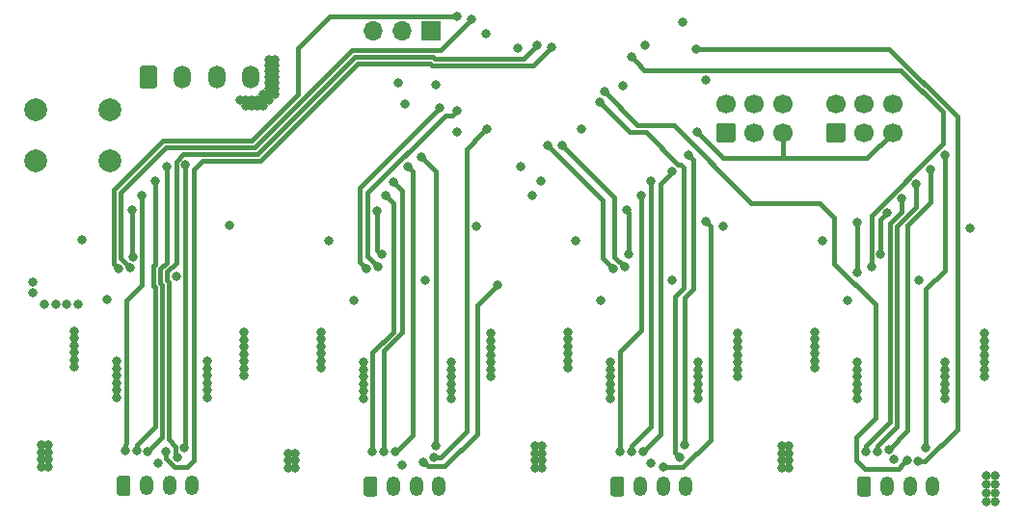
<source format=gbr>
G04 #@! TF.GenerationSoftware,KiCad,Pcbnew,(5.1.5)-3*
G04 #@! TF.CreationDate,2019-12-18T01:06:06+01:00*
G04 #@! TF.ProjectId,CarteMoteur,43617274-654d-46f7-9465-75722e6b6963,rev?*
G04 #@! TF.SameCoordinates,Original*
G04 #@! TF.FileFunction,Copper,L2,Inr*
G04 #@! TF.FilePolarity,Positive*
%FSLAX46Y46*%
G04 Gerber Fmt 4.6, Leading zero omitted, Abs format (unit mm)*
G04 Created by KiCad (PCBNEW (5.1.5)-3) date 2019-12-18 01:06:06*
%MOMM*%
%LPD*%
G04 APERTURE LIST*
%ADD10C,1.700000*%
%ADD11C,0.100000*%
%ADD12C,2.000000*%
%ADD13O,1.700000X1.700000*%
%ADD14R,1.700000X1.700000*%
%ADD15O,1.500000X2.020000*%
%ADD16O,1.200000X1.750000*%
%ADD17C,0.800000*%
%ADD18C,0.400000*%
G04 APERTURE END LIST*
D10*
X164512000Y-36390000D03*
X162012000Y-36390000D03*
X159512000Y-36390000D03*
X164512000Y-38890000D03*
X162012000Y-38890000D03*
G04 #@! TA.AperFunction,ViaPad*
D11*
G36*
X160136504Y-38041204D02*
G01*
X160160773Y-38044804D01*
X160184571Y-38050765D01*
X160207671Y-38059030D01*
X160229849Y-38069520D01*
X160250893Y-38082133D01*
X160270598Y-38096747D01*
X160288777Y-38113223D01*
X160305253Y-38131402D01*
X160319867Y-38151107D01*
X160332480Y-38172151D01*
X160342970Y-38194329D01*
X160351235Y-38217429D01*
X160357196Y-38241227D01*
X160360796Y-38265496D01*
X160362000Y-38290000D01*
X160362000Y-39490000D01*
X160360796Y-39514504D01*
X160357196Y-39538773D01*
X160351235Y-39562571D01*
X160342970Y-39585671D01*
X160332480Y-39607849D01*
X160319867Y-39628893D01*
X160305253Y-39648598D01*
X160288777Y-39666777D01*
X160270598Y-39683253D01*
X160250893Y-39697867D01*
X160229849Y-39710480D01*
X160207671Y-39720970D01*
X160184571Y-39729235D01*
X160160773Y-39735196D01*
X160136504Y-39738796D01*
X160112000Y-39740000D01*
X158912000Y-39740000D01*
X158887496Y-39738796D01*
X158863227Y-39735196D01*
X158839429Y-39729235D01*
X158816329Y-39720970D01*
X158794151Y-39710480D01*
X158773107Y-39697867D01*
X158753402Y-39683253D01*
X158735223Y-39666777D01*
X158718747Y-39648598D01*
X158704133Y-39628893D01*
X158691520Y-39607849D01*
X158681030Y-39585671D01*
X158672765Y-39562571D01*
X158666804Y-39538773D01*
X158663204Y-39514504D01*
X158662000Y-39490000D01*
X158662000Y-38290000D01*
X158663204Y-38265496D01*
X158666804Y-38241227D01*
X158672765Y-38217429D01*
X158681030Y-38194329D01*
X158691520Y-38172151D01*
X158704133Y-38151107D01*
X158718747Y-38131402D01*
X158735223Y-38113223D01*
X158753402Y-38096747D01*
X158773107Y-38082133D01*
X158794151Y-38069520D01*
X158816329Y-38059030D01*
X158839429Y-38050765D01*
X158863227Y-38044804D01*
X158887496Y-38041204D01*
X158912000Y-38040000D01*
X160112000Y-38040000D01*
X160136504Y-38041204D01*
G37*
G04 #@! TD.AperFunction*
D10*
X154860000Y-36390000D03*
X152360000Y-36390000D03*
X149860000Y-36390000D03*
X154860000Y-38890000D03*
X152360000Y-38890000D03*
G04 #@! TA.AperFunction,ViaPad*
D11*
G36*
X150484504Y-38041204D02*
G01*
X150508773Y-38044804D01*
X150532571Y-38050765D01*
X150555671Y-38059030D01*
X150577849Y-38069520D01*
X150598893Y-38082133D01*
X150618598Y-38096747D01*
X150636777Y-38113223D01*
X150653253Y-38131402D01*
X150667867Y-38151107D01*
X150680480Y-38172151D01*
X150690970Y-38194329D01*
X150699235Y-38217429D01*
X150705196Y-38241227D01*
X150708796Y-38265496D01*
X150710000Y-38290000D01*
X150710000Y-39490000D01*
X150708796Y-39514504D01*
X150705196Y-39538773D01*
X150699235Y-39562571D01*
X150690970Y-39585671D01*
X150680480Y-39607849D01*
X150667867Y-39628893D01*
X150653253Y-39648598D01*
X150636777Y-39666777D01*
X150618598Y-39683253D01*
X150598893Y-39697867D01*
X150577849Y-39710480D01*
X150555671Y-39720970D01*
X150532571Y-39729235D01*
X150508773Y-39735196D01*
X150484504Y-39738796D01*
X150460000Y-39740000D01*
X149260000Y-39740000D01*
X149235496Y-39738796D01*
X149211227Y-39735196D01*
X149187429Y-39729235D01*
X149164329Y-39720970D01*
X149142151Y-39710480D01*
X149121107Y-39697867D01*
X149101402Y-39683253D01*
X149083223Y-39666777D01*
X149066747Y-39648598D01*
X149052133Y-39628893D01*
X149039520Y-39607849D01*
X149029030Y-39585671D01*
X149020765Y-39562571D01*
X149014804Y-39538773D01*
X149011204Y-39514504D01*
X149010000Y-39490000D01*
X149010000Y-38290000D01*
X149011204Y-38265496D01*
X149014804Y-38241227D01*
X149020765Y-38217429D01*
X149029030Y-38194329D01*
X149039520Y-38172151D01*
X149052133Y-38151107D01*
X149066747Y-38131402D01*
X149083223Y-38113223D01*
X149101402Y-38096747D01*
X149121107Y-38082133D01*
X149142151Y-38069520D01*
X149164329Y-38059030D01*
X149187429Y-38050765D01*
X149211227Y-38044804D01*
X149235496Y-38041204D01*
X149260000Y-38040000D01*
X150460000Y-38040000D01*
X150484504Y-38041204D01*
G37*
G04 #@! TD.AperFunction*
D12*
X95758000Y-36902000D03*
X95758000Y-41402000D03*
X89258000Y-36902000D03*
X89258000Y-41402000D03*
D13*
X118872000Y-29972000D03*
X121412000Y-29972000D03*
D14*
X123952000Y-29972000D03*
D15*
X108150000Y-34000000D03*
X105150000Y-34000000D03*
X102150000Y-34000000D03*
G04 #@! TA.AperFunction,ViaPad*
D11*
G36*
X99674504Y-32991204D02*
G01*
X99698773Y-32994804D01*
X99722571Y-33000765D01*
X99745671Y-33009030D01*
X99767849Y-33019520D01*
X99788893Y-33032133D01*
X99808598Y-33046747D01*
X99826777Y-33063223D01*
X99843253Y-33081402D01*
X99857867Y-33101107D01*
X99870480Y-33122151D01*
X99880970Y-33144329D01*
X99889235Y-33167429D01*
X99895196Y-33191227D01*
X99898796Y-33215496D01*
X99900000Y-33240000D01*
X99900000Y-34760000D01*
X99898796Y-34784504D01*
X99895196Y-34808773D01*
X99889235Y-34832571D01*
X99880970Y-34855671D01*
X99870480Y-34877849D01*
X99857867Y-34898893D01*
X99843253Y-34918598D01*
X99826777Y-34936777D01*
X99808598Y-34953253D01*
X99788893Y-34967867D01*
X99767849Y-34980480D01*
X99745671Y-34990970D01*
X99722571Y-34999235D01*
X99698773Y-35005196D01*
X99674504Y-35008796D01*
X99650000Y-35010000D01*
X98650000Y-35010000D01*
X98625496Y-35008796D01*
X98601227Y-35005196D01*
X98577429Y-34999235D01*
X98554329Y-34990970D01*
X98532151Y-34980480D01*
X98511107Y-34967867D01*
X98491402Y-34953253D01*
X98473223Y-34936777D01*
X98456747Y-34918598D01*
X98442133Y-34898893D01*
X98429520Y-34877849D01*
X98419030Y-34855671D01*
X98410765Y-34832571D01*
X98404804Y-34808773D01*
X98401204Y-34784504D01*
X98400000Y-34760000D01*
X98400000Y-33240000D01*
X98401204Y-33215496D01*
X98404804Y-33191227D01*
X98410765Y-33167429D01*
X98419030Y-33144329D01*
X98429520Y-33122151D01*
X98442133Y-33101107D01*
X98456747Y-33081402D01*
X98473223Y-33063223D01*
X98491402Y-33046747D01*
X98511107Y-33032133D01*
X98532151Y-33019520D01*
X98554329Y-33009030D01*
X98577429Y-33000765D01*
X98601227Y-32994804D01*
X98625496Y-32991204D01*
X98650000Y-32990000D01*
X99650000Y-32990000D01*
X99674504Y-32991204D01*
G37*
G04 #@! TD.AperFunction*
D16*
X168000000Y-70000000D03*
X166000000Y-70000000D03*
X164000000Y-70000000D03*
G04 #@! TA.AperFunction,ViaPad*
D11*
G36*
X162374505Y-69126204D02*
G01*
X162398773Y-69129804D01*
X162422572Y-69135765D01*
X162445671Y-69144030D01*
X162467850Y-69154520D01*
X162488893Y-69167132D01*
X162508599Y-69181747D01*
X162526777Y-69198223D01*
X162543253Y-69216401D01*
X162557868Y-69236107D01*
X162570480Y-69257150D01*
X162580970Y-69279329D01*
X162589235Y-69302428D01*
X162595196Y-69326227D01*
X162598796Y-69350495D01*
X162600000Y-69374999D01*
X162600000Y-70625001D01*
X162598796Y-70649505D01*
X162595196Y-70673773D01*
X162589235Y-70697572D01*
X162580970Y-70720671D01*
X162570480Y-70742850D01*
X162557868Y-70763893D01*
X162543253Y-70783599D01*
X162526777Y-70801777D01*
X162508599Y-70818253D01*
X162488893Y-70832868D01*
X162467850Y-70845480D01*
X162445671Y-70855970D01*
X162422572Y-70864235D01*
X162398773Y-70870196D01*
X162374505Y-70873796D01*
X162350001Y-70875000D01*
X161649999Y-70875000D01*
X161625495Y-70873796D01*
X161601227Y-70870196D01*
X161577428Y-70864235D01*
X161554329Y-70855970D01*
X161532150Y-70845480D01*
X161511107Y-70832868D01*
X161491401Y-70818253D01*
X161473223Y-70801777D01*
X161456747Y-70783599D01*
X161442132Y-70763893D01*
X161429520Y-70742850D01*
X161419030Y-70720671D01*
X161410765Y-70697572D01*
X161404804Y-70673773D01*
X161401204Y-70649505D01*
X161400000Y-70625001D01*
X161400000Y-69374999D01*
X161401204Y-69350495D01*
X161404804Y-69326227D01*
X161410765Y-69302428D01*
X161419030Y-69279329D01*
X161429520Y-69257150D01*
X161442132Y-69236107D01*
X161456747Y-69216401D01*
X161473223Y-69198223D01*
X161491401Y-69181747D01*
X161511107Y-69167132D01*
X161532150Y-69154520D01*
X161554329Y-69144030D01*
X161577428Y-69135765D01*
X161601227Y-69129804D01*
X161625495Y-69126204D01*
X161649999Y-69125000D01*
X162350001Y-69125000D01*
X162374505Y-69126204D01*
G37*
G04 #@! TD.AperFunction*
D16*
X146328000Y-70000000D03*
X144328000Y-70000000D03*
X142328000Y-70000000D03*
G04 #@! TA.AperFunction,ViaPad*
D11*
G36*
X140702505Y-69126204D02*
G01*
X140726773Y-69129804D01*
X140750572Y-69135765D01*
X140773671Y-69144030D01*
X140795850Y-69154520D01*
X140816893Y-69167132D01*
X140836599Y-69181747D01*
X140854777Y-69198223D01*
X140871253Y-69216401D01*
X140885868Y-69236107D01*
X140898480Y-69257150D01*
X140908970Y-69279329D01*
X140917235Y-69302428D01*
X140923196Y-69326227D01*
X140926796Y-69350495D01*
X140928000Y-69374999D01*
X140928000Y-70625001D01*
X140926796Y-70649505D01*
X140923196Y-70673773D01*
X140917235Y-70697572D01*
X140908970Y-70720671D01*
X140898480Y-70742850D01*
X140885868Y-70763893D01*
X140871253Y-70783599D01*
X140854777Y-70801777D01*
X140836599Y-70818253D01*
X140816893Y-70832868D01*
X140795850Y-70845480D01*
X140773671Y-70855970D01*
X140750572Y-70864235D01*
X140726773Y-70870196D01*
X140702505Y-70873796D01*
X140678001Y-70875000D01*
X139977999Y-70875000D01*
X139953495Y-70873796D01*
X139929227Y-70870196D01*
X139905428Y-70864235D01*
X139882329Y-70855970D01*
X139860150Y-70845480D01*
X139839107Y-70832868D01*
X139819401Y-70818253D01*
X139801223Y-70801777D01*
X139784747Y-70783599D01*
X139770132Y-70763893D01*
X139757520Y-70742850D01*
X139747030Y-70720671D01*
X139738765Y-70697572D01*
X139732804Y-70673773D01*
X139729204Y-70649505D01*
X139728000Y-70625001D01*
X139728000Y-69374999D01*
X139729204Y-69350495D01*
X139732804Y-69326227D01*
X139738765Y-69302428D01*
X139747030Y-69279329D01*
X139757520Y-69257150D01*
X139770132Y-69236107D01*
X139784747Y-69216401D01*
X139801223Y-69198223D01*
X139819401Y-69181747D01*
X139839107Y-69167132D01*
X139860150Y-69154520D01*
X139882329Y-69144030D01*
X139905428Y-69135765D01*
X139929227Y-69129804D01*
X139953495Y-69126204D01*
X139977999Y-69125000D01*
X140678001Y-69125000D01*
X140702505Y-69126204D01*
G37*
G04 #@! TD.AperFunction*
D16*
X124656000Y-70000000D03*
X122656000Y-70000000D03*
X120656000Y-70000000D03*
G04 #@! TA.AperFunction,ViaPad*
D11*
G36*
X119030505Y-69126204D02*
G01*
X119054773Y-69129804D01*
X119078572Y-69135765D01*
X119101671Y-69144030D01*
X119123850Y-69154520D01*
X119144893Y-69167132D01*
X119164599Y-69181747D01*
X119182777Y-69198223D01*
X119199253Y-69216401D01*
X119213868Y-69236107D01*
X119226480Y-69257150D01*
X119236970Y-69279329D01*
X119245235Y-69302428D01*
X119251196Y-69326227D01*
X119254796Y-69350495D01*
X119256000Y-69374999D01*
X119256000Y-70625001D01*
X119254796Y-70649505D01*
X119251196Y-70673773D01*
X119245235Y-70697572D01*
X119236970Y-70720671D01*
X119226480Y-70742850D01*
X119213868Y-70763893D01*
X119199253Y-70783599D01*
X119182777Y-70801777D01*
X119164599Y-70818253D01*
X119144893Y-70832868D01*
X119123850Y-70845480D01*
X119101671Y-70855970D01*
X119078572Y-70864235D01*
X119054773Y-70870196D01*
X119030505Y-70873796D01*
X119006001Y-70875000D01*
X118305999Y-70875000D01*
X118281495Y-70873796D01*
X118257227Y-70870196D01*
X118233428Y-70864235D01*
X118210329Y-70855970D01*
X118188150Y-70845480D01*
X118167107Y-70832868D01*
X118147401Y-70818253D01*
X118129223Y-70801777D01*
X118112747Y-70783599D01*
X118098132Y-70763893D01*
X118085520Y-70742850D01*
X118075030Y-70720671D01*
X118066765Y-70697572D01*
X118060804Y-70673773D01*
X118057204Y-70649505D01*
X118056000Y-70625001D01*
X118056000Y-69374999D01*
X118057204Y-69350495D01*
X118060804Y-69326227D01*
X118066765Y-69302428D01*
X118075030Y-69279329D01*
X118085520Y-69257150D01*
X118098132Y-69236107D01*
X118112747Y-69216401D01*
X118129223Y-69198223D01*
X118147401Y-69181747D01*
X118167107Y-69167132D01*
X118188150Y-69154520D01*
X118210329Y-69144030D01*
X118233428Y-69135765D01*
X118257227Y-69129804D01*
X118281495Y-69126204D01*
X118305999Y-69125000D01*
X119006001Y-69125000D01*
X119030505Y-69126204D01*
G37*
G04 #@! TD.AperFunction*
D16*
X102984000Y-69926000D03*
X100984000Y-69926000D03*
X98984000Y-69926000D03*
G04 #@! TA.AperFunction,ViaPad*
D11*
G36*
X97358505Y-69052204D02*
G01*
X97382773Y-69055804D01*
X97406572Y-69061765D01*
X97429671Y-69070030D01*
X97451850Y-69080520D01*
X97472893Y-69093132D01*
X97492599Y-69107747D01*
X97510777Y-69124223D01*
X97527253Y-69142401D01*
X97541868Y-69162107D01*
X97554480Y-69183150D01*
X97564970Y-69205329D01*
X97573235Y-69228428D01*
X97579196Y-69252227D01*
X97582796Y-69276495D01*
X97584000Y-69300999D01*
X97584000Y-70551001D01*
X97582796Y-70575505D01*
X97579196Y-70599773D01*
X97573235Y-70623572D01*
X97564970Y-70646671D01*
X97554480Y-70668850D01*
X97541868Y-70689893D01*
X97527253Y-70709599D01*
X97510777Y-70727777D01*
X97492599Y-70744253D01*
X97472893Y-70758868D01*
X97451850Y-70771480D01*
X97429671Y-70781970D01*
X97406572Y-70790235D01*
X97382773Y-70796196D01*
X97358505Y-70799796D01*
X97334001Y-70801000D01*
X96633999Y-70801000D01*
X96609495Y-70799796D01*
X96585227Y-70796196D01*
X96561428Y-70790235D01*
X96538329Y-70781970D01*
X96516150Y-70771480D01*
X96495107Y-70758868D01*
X96475401Y-70744253D01*
X96457223Y-70727777D01*
X96440747Y-70709599D01*
X96426132Y-70689893D01*
X96413520Y-70668850D01*
X96403030Y-70646671D01*
X96394765Y-70623572D01*
X96388804Y-70599773D01*
X96385204Y-70575505D01*
X96384000Y-70551001D01*
X96384000Y-69300999D01*
X96385204Y-69276495D01*
X96388804Y-69252227D01*
X96394765Y-69228428D01*
X96403030Y-69205329D01*
X96413520Y-69183150D01*
X96426132Y-69162107D01*
X96440747Y-69142401D01*
X96457223Y-69124223D01*
X96475401Y-69107747D01*
X96495107Y-69093132D01*
X96516150Y-69080520D01*
X96538329Y-69070030D01*
X96561428Y-69061765D01*
X96585227Y-69055804D01*
X96609495Y-69052204D01*
X96633999Y-69051000D01*
X97334001Y-69051000D01*
X97358505Y-69052204D01*
G37*
G04 #@! TD.AperFunction*
D17*
X93000000Y-54000000D03*
X92000000Y-54000000D03*
X91000000Y-54000000D03*
X90000000Y-54000000D03*
X89000000Y-53000000D03*
X89000000Y-52000000D03*
X93301000Y-48336000D03*
X106255000Y-47066000D03*
X95510010Y-53543000D03*
X89745000Y-66370000D03*
X90380000Y-66370000D03*
X90380000Y-67005000D03*
X89745000Y-67005000D03*
X89745000Y-67640000D03*
X90380000Y-67640000D03*
X90380000Y-68275000D03*
X89745000Y-68275000D03*
X114973000Y-48410000D03*
X127927000Y-47140000D03*
X117182010Y-53617000D03*
X111417000Y-67714000D03*
X112052000Y-67714000D03*
X112052000Y-68349000D03*
X111417000Y-68349000D03*
X123482000Y-51839000D03*
X136645000Y-48410000D03*
X149599000Y-47140000D03*
X138854010Y-53617000D03*
X133089000Y-66444000D03*
X133724000Y-66444000D03*
X133724000Y-67079000D03*
X133089000Y-67079000D03*
X133089000Y-67714000D03*
X133724000Y-67714000D03*
X133724000Y-68349000D03*
X133089000Y-68349000D03*
X160526010Y-53617000D03*
X154761000Y-66444000D03*
X155396000Y-66444000D03*
X155396000Y-67079000D03*
X154761000Y-67079000D03*
X154761000Y-67714000D03*
X155396000Y-67714000D03*
X155396000Y-68349000D03*
X154761000Y-68349000D03*
X166826000Y-51839000D03*
X172720000Y-69088000D03*
X173482000Y-69088000D03*
X172720000Y-69850000D03*
X173482000Y-69850000D03*
X172720000Y-70612000D03*
X173482000Y-70612000D03*
X173482000Y-71374000D03*
X172720000Y-71374000D03*
X137160000Y-38608000D03*
X158317000Y-48410000D03*
X99992289Y-67915022D03*
X121440843Y-68104828D03*
X143303652Y-67949348D03*
X145122990Y-51839000D03*
X164607330Y-67652990D03*
X171250000Y-47250000D03*
X112052000Y-67079000D03*
X111417000Y-67079000D03*
X109728000Y-32512000D03*
X109728000Y-33020000D03*
X109728000Y-35052000D03*
X109728000Y-35560000D03*
X109728000Y-36068000D03*
X110236000Y-35560000D03*
X110236000Y-35052000D03*
X110236000Y-34544000D03*
X110236000Y-34036000D03*
X110236000Y-33528000D03*
X110236000Y-33020000D03*
X110236000Y-32512000D03*
X109220000Y-35560000D03*
X107696000Y-36068000D03*
X108204000Y-36068000D03*
X108712000Y-36068000D03*
X109220000Y-36068000D03*
X107696000Y-36576000D03*
X108204000Y-36576000D03*
X108712000Y-36576000D03*
X109220000Y-36576000D03*
X107188000Y-36068000D03*
X109728000Y-33528000D03*
X109728000Y-34036000D03*
X109728000Y-34544000D03*
X101593625Y-51493072D03*
X128798967Y-30195431D03*
X97746000Y-45720022D03*
X119679583Y-49619040D03*
X141351583Y-49619040D03*
X141116985Y-45720000D03*
X163423582Y-49619040D03*
X97794666Y-49799933D03*
X119260002Y-45750000D03*
X163999693Y-45919693D03*
X148082000Y-34290000D03*
X142748000Y-31241978D03*
X121119990Y-34544000D03*
X147320000Y-38862000D03*
X99710010Y-43180000D03*
X141598000Y-66952000D03*
X120690989Y-43222881D03*
X133604000Y-43180000D03*
X98099540Y-66875592D03*
X119828282Y-66949582D03*
X163183258Y-66964941D03*
X143256000Y-43180000D03*
X166539693Y-43379693D03*
X98594676Y-44450000D03*
X140582000Y-66952000D03*
X120009758Y-44450000D03*
X142433312Y-44450000D03*
X132842000Y-44450000D03*
X97099532Y-66878290D03*
X118828274Y-66952215D03*
X162183340Y-66951200D03*
X165269697Y-44649689D03*
X121919978Y-41910000D03*
X142614000Y-66952000D03*
X99099324Y-66896917D03*
X100725782Y-41913167D03*
X131800510Y-41910000D03*
X120827988Y-66974322D03*
X164161585Y-66757817D03*
X167809693Y-42109693D03*
X145170473Y-42322073D03*
X124360428Y-66437364D03*
X146196011Y-66381291D03*
X123107755Y-41021000D03*
X167438882Y-66564417D03*
X102323990Y-66635141D03*
X102393635Y-41737750D03*
X169079693Y-40839693D03*
X146558000Y-40894001D03*
X124375872Y-34655016D03*
X101728536Y-67438535D03*
X133293419Y-31203990D03*
X97540711Y-50767162D03*
X127508000Y-28956014D03*
X96504555Y-50825211D03*
X126238000Y-28702010D03*
X104305010Y-60909000D03*
X104305010Y-59639000D03*
X104305010Y-60274000D03*
X104305010Y-59004000D03*
X104305010Y-61544000D03*
X104305010Y-62179000D03*
X107525000Y-56464000D03*
X107525000Y-57099000D03*
X107525000Y-57734000D03*
X107525000Y-58369000D03*
X107525000Y-59004000D03*
X107525000Y-59639000D03*
X107525000Y-60274000D03*
X96349000Y-59004000D03*
X96349000Y-59639000D03*
X96349000Y-60274000D03*
X96349000Y-60909000D03*
X96349000Y-61544000D03*
X96349000Y-62179000D03*
X92666000Y-56337000D03*
X92666000Y-56972000D03*
X92666000Y-57607000D03*
X92666000Y-58242000D03*
X92666000Y-58877000D03*
X92666000Y-59512000D03*
X125768000Y-59078000D03*
X125768000Y-59713000D03*
X125768000Y-60348000D03*
X125768000Y-60983000D03*
X125768000Y-61618000D03*
X125768000Y-62253000D03*
X129197000Y-56538000D03*
X129197000Y-57173000D03*
X129197000Y-57808000D03*
X129197000Y-58443000D03*
X129197000Y-59078000D03*
X129197000Y-59713000D03*
X129197000Y-60348000D03*
X118021000Y-59078000D03*
X118021000Y-59713000D03*
X118021000Y-60348000D03*
X118021000Y-60983000D03*
X118021000Y-61618000D03*
X118021000Y-62253000D03*
X114338000Y-56411000D03*
X114338000Y-57046000D03*
X114338000Y-57681000D03*
X114338000Y-58316000D03*
X114338000Y-58951000D03*
X114338000Y-59586000D03*
X147440000Y-62253000D03*
X147440000Y-61618000D03*
X147440000Y-60983000D03*
X147440000Y-59078000D03*
X147440000Y-60348000D03*
X147440000Y-59713000D03*
X150869000Y-56538000D03*
X150869000Y-57173000D03*
X150869000Y-57808000D03*
X150869000Y-58443000D03*
X150869000Y-59078000D03*
X150869000Y-59713000D03*
X150869000Y-60348000D03*
X139693000Y-59078000D03*
X139693000Y-59713000D03*
X139693000Y-60348000D03*
X139693000Y-60983000D03*
X139693000Y-61618000D03*
X139693000Y-62253000D03*
X136010000Y-56411000D03*
X136010000Y-57046000D03*
X136010000Y-57681000D03*
X136010000Y-58316000D03*
X136010000Y-58951000D03*
X136010000Y-59586000D03*
X169112000Y-59078000D03*
X169112000Y-59713000D03*
X169112000Y-60348000D03*
X169112000Y-60983000D03*
X169112000Y-61618000D03*
X169112000Y-62253000D03*
X172541000Y-56538000D03*
X172541000Y-57173000D03*
X172541000Y-57808000D03*
X172541000Y-58443000D03*
X172541000Y-59078000D03*
X172541000Y-59713000D03*
X172541000Y-60348000D03*
X161365000Y-59078000D03*
X161365000Y-59713000D03*
X161365000Y-60348000D03*
X161365000Y-60983000D03*
X161365000Y-61618000D03*
X161365000Y-62253000D03*
X157682000Y-56411000D03*
X157682000Y-57046000D03*
X157682000Y-57681000D03*
X157682000Y-58316000D03*
X157682000Y-58951000D03*
X157682000Y-59586000D03*
X129794000Y-52324000D03*
X123286844Y-67830924D03*
X119279572Y-50672957D03*
X126238000Y-36957000D03*
X118275000Y-50823000D03*
X124734445Y-36708561D03*
X145796000Y-67437000D03*
X138798214Y-36225215D03*
X140951572Y-50672957D03*
X135509000Y-40005000D03*
X139947000Y-50823000D03*
X134239000Y-40005000D03*
X166751000Y-67818000D03*
X140808435Y-34751820D03*
X147234989Y-31526375D03*
X162623572Y-50672957D03*
X141588149Y-32263237D03*
X121672714Y-36365673D03*
X161417000Y-51181000D03*
X161394715Y-46766806D03*
X126238000Y-38862000D03*
X146050000Y-29210000D03*
X165761039Y-67676577D03*
X139192000Y-35306000D03*
X148082014Y-46736000D03*
X144399000Y-68326000D03*
X124206049Y-67430913D03*
X128849998Y-38540000D03*
X100699336Y-66975036D03*
X134533884Y-31382045D03*
X131572000Y-31496000D03*
D18*
X141351583Y-45954598D02*
X141116985Y-45720000D01*
X141351583Y-49619040D02*
X141351583Y-45954598D01*
X97746000Y-49751267D02*
X97794666Y-49799933D01*
X97746000Y-45720022D02*
X97746000Y-49751267D01*
X119260002Y-49199459D02*
X119260002Y-46315685D01*
X119260002Y-46315685D02*
X119260002Y-45750000D01*
X119679583Y-49619040D02*
X119260002Y-49199459D01*
X163423582Y-46495804D02*
X163599694Y-46319692D01*
X163599694Y-46319692D02*
X163999693Y-45919693D01*
X163423582Y-49619040D02*
X163423582Y-46495804D01*
X147320000Y-38862000D02*
X149606000Y-41148000D01*
X162254000Y-41148000D02*
X164512000Y-38890000D01*
X154860000Y-40974000D02*
X154860000Y-38890000D01*
X154686000Y-41148000D02*
X154860000Y-40974000D01*
X149606000Y-41148000D02*
X154686000Y-41148000D01*
X154686000Y-41148000D02*
X162254000Y-41148000D01*
X119828282Y-66383897D02*
X119828282Y-66949582D01*
X119828282Y-58073176D02*
X119828282Y-66383897D01*
X120690989Y-43222881D02*
X121450002Y-43981894D01*
X121450002Y-56451456D02*
X119828282Y-58073176D01*
X121450002Y-43981894D02*
X121450002Y-56451456D01*
X143233314Y-43202686D02*
X143256000Y-43180000D01*
X141598000Y-66952000D02*
X141598000Y-66386315D01*
X141598000Y-66386315D02*
X143233314Y-64751001D01*
X143233314Y-64751001D02*
X143233314Y-43202686D01*
X99710010Y-43180000D02*
X99710010Y-50495599D01*
X99710010Y-50495599D02*
X99593602Y-50612007D01*
X99593602Y-52374137D02*
X99710010Y-52490545D01*
X99593602Y-50612007D02*
X99593602Y-52374137D01*
X99710010Y-64699437D02*
X98099540Y-66309907D01*
X99710010Y-52490545D02*
X99710010Y-64699437D01*
X98099540Y-66309907D02*
X98099540Y-66875592D01*
X163183258Y-66964941D02*
X163183258Y-66399256D01*
X164823594Y-64758920D02*
X164823594Y-47150430D01*
X164823594Y-47150430D02*
X166539693Y-45434331D01*
X166539693Y-43945378D02*
X166539693Y-43379693D01*
X163183258Y-66399256D02*
X164823594Y-64758920D01*
X166539693Y-45434331D02*
X166539693Y-43945378D01*
X142433312Y-56291604D02*
X142433312Y-45015685D01*
X142433312Y-45015685D02*
X142433312Y-44450000D01*
X140582000Y-58142916D02*
X142433312Y-56291604D01*
X140582000Y-66952000D02*
X140582000Y-58142916D01*
X120650000Y-56402916D02*
X118828274Y-58224642D01*
X120650000Y-45090242D02*
X120650000Y-56402916D01*
X118828274Y-58224642D02*
X118828274Y-66386530D01*
X118828274Y-66386530D02*
X118828274Y-66952215D01*
X120009758Y-44450000D02*
X120650000Y-45090242D01*
X97213061Y-66199076D02*
X97099532Y-66312605D01*
X97213061Y-53657310D02*
X97213061Y-66199076D01*
X98594676Y-44450000D02*
X98594676Y-52275696D01*
X97099532Y-66312605D02*
X97099532Y-66878290D01*
X98594676Y-52275696D02*
X97213061Y-53657310D01*
X164223583Y-64345272D02*
X164223583Y-46879807D01*
X164223583Y-46879807D02*
X165269697Y-45833693D01*
X165269697Y-45215374D02*
X165269697Y-44649689D01*
X162183340Y-66385515D02*
X164223583Y-64345272D01*
X162183340Y-66951200D02*
X162183340Y-66385515D01*
X165269697Y-45833693D02*
X165269697Y-45215374D01*
X122319977Y-65482333D02*
X121227987Y-66574323D01*
X121227987Y-66574323D02*
X120827988Y-66974322D01*
X121919978Y-41910000D02*
X122319977Y-42309999D01*
X122319977Y-42309999D02*
X122319977Y-65482333D01*
X99099324Y-66896917D02*
X100323967Y-65672274D01*
X100725782Y-42478852D02*
X100725782Y-41913167D01*
X100323967Y-65672274D02*
X100323967Y-52255959D01*
X100725782Y-50328370D02*
X100725782Y-42478852D01*
X100193613Y-50860539D02*
X100725782Y-50328370D01*
X100323967Y-52255959D02*
X100193613Y-52125605D01*
X100193613Y-52125605D02*
X100193613Y-50860539D01*
X167809693Y-45012874D02*
X167809693Y-42675378D01*
X165810000Y-47012567D02*
X167809693Y-45012874D01*
X165810000Y-65109402D02*
X165810000Y-47012567D01*
X164161585Y-66757817D02*
X165810000Y-65109402D01*
X167809693Y-42675378D02*
X167809693Y-42109693D01*
X144130000Y-43362546D02*
X144770474Y-42722072D01*
X144130000Y-65436000D02*
X144130000Y-43362546D01*
X144770474Y-42722072D02*
X145170473Y-42322073D01*
X142614000Y-66952000D02*
X144130000Y-65436000D01*
X124360428Y-66437364D02*
X124360428Y-42273673D01*
X124360428Y-42273673D02*
X123507754Y-41420999D01*
X123507754Y-41420999D02*
X123107755Y-41021000D01*
X102393635Y-41737750D02*
X102393635Y-66565496D01*
X102393635Y-66565496D02*
X102323990Y-66635141D01*
X167438882Y-66564417D02*
X167438882Y-52623118D01*
X169079693Y-50982307D02*
X169079693Y-41405378D01*
X169079693Y-41405378D02*
X169079693Y-40839693D01*
X167438882Y-52623118D02*
X169079693Y-50982307D01*
X146196011Y-66381291D02*
X146196011Y-53385977D01*
X146957999Y-52623989D02*
X146957999Y-41294000D01*
X146196011Y-53385977D02*
X146957999Y-52623989D01*
X146957999Y-41294000D02*
X146558000Y-40894001D01*
X124114543Y-32214914D02*
X124319618Y-32419989D01*
X100923978Y-65873258D02*
X100923978Y-52007427D01*
X100923978Y-52007427D02*
X100793624Y-51877073D01*
X117304543Y-32214914D02*
X124114543Y-32214914D01*
X101569907Y-41430093D02*
X102198011Y-40801989D01*
X100793624Y-51877073D02*
X100793624Y-51109071D01*
X132077420Y-32419989D02*
X132893420Y-31603989D01*
X102198011Y-40801989D02*
X108717468Y-40801989D01*
X132893420Y-31603989D02*
X133293419Y-31203990D01*
X101569907Y-50332788D02*
X101569907Y-41430093D01*
X124319618Y-32419989D02*
X132077420Y-32419989D01*
X101523989Y-67233988D02*
X101523989Y-66473269D01*
X100793624Y-51109071D02*
X101569907Y-50332788D01*
X101728536Y-67438535D02*
X101523989Y-67233988D01*
X108717468Y-40801989D02*
X117304543Y-32214914D01*
X101523989Y-66473269D02*
X100923978Y-65873258D01*
X97540711Y-50729982D02*
X96730000Y-49919271D01*
X96730000Y-49919271D02*
X96730000Y-44118542D01*
X127108001Y-29356013D02*
X127508000Y-28956014D01*
X124849111Y-31614903D02*
X127108001Y-29356013D01*
X97540711Y-50767162D02*
X97540711Y-50729982D01*
X117056011Y-31614903D02*
X124849111Y-31614903D01*
X96730000Y-44118542D02*
X100646564Y-40201978D01*
X108468936Y-40201978D02*
X117056011Y-31614903D01*
X100646564Y-40201978D02*
X108468936Y-40201978D01*
X96104556Y-50425212D02*
X96504555Y-50825211D01*
X96104556Y-43895444D02*
X96104556Y-50425212D01*
X126238000Y-28702010D02*
X115062010Y-28702010D01*
X115062010Y-28702010D02*
X112268000Y-31496020D01*
X112268000Y-31496020D02*
X112268000Y-35554372D01*
X112268000Y-35554372D02*
X108220404Y-39601967D01*
X108220404Y-39601967D02*
X100398033Y-39601967D01*
X100398033Y-39601967D02*
X96104556Y-43895444D01*
X123686843Y-68230923D02*
X125190077Y-68230923D01*
X123286844Y-67830924D02*
X123686843Y-68230923D01*
X125190077Y-68230923D02*
X128016000Y-65405000D01*
X128016000Y-54102000D02*
X129794000Y-52324000D01*
X128016000Y-65405000D02*
X128016000Y-54102000D01*
X118359999Y-49753384D02*
X119279572Y-50672957D01*
X118359999Y-44191999D02*
X118359999Y-49753384D01*
X118368001Y-44191999D02*
X118359999Y-44191999D01*
X125203001Y-37356999D02*
X118368001Y-44191999D01*
X125838001Y-37356999D02*
X125203001Y-37356999D01*
X126238000Y-36957000D02*
X125838001Y-37356999D01*
X117673000Y-43770006D02*
X117805503Y-43637503D01*
X117673000Y-50221000D02*
X117673000Y-43770006D01*
X117805503Y-43637503D02*
X124734445Y-36708561D01*
X118275000Y-50823000D02*
X117673000Y-50221000D01*
X146177000Y-41951004D02*
X145919998Y-41694002D01*
X145665998Y-41694002D02*
X142833996Y-38862000D01*
X145396001Y-67037001D02*
X145396001Y-53337445D01*
X141434999Y-38862000D02*
X139198213Y-36625214D01*
X142833996Y-38862000D02*
X141434999Y-38862000D01*
X145796000Y-67437000D02*
X145396001Y-67037001D01*
X145919998Y-41694002D02*
X145665998Y-41694002D01*
X145396001Y-53337445D02*
X146177000Y-52556446D01*
X146177000Y-52556446D02*
X146177000Y-41951004D01*
X139198213Y-36625214D02*
X138798214Y-36225215D01*
X140951572Y-50672957D02*
X140074000Y-49795385D01*
X140074000Y-49795385D02*
X140074000Y-44570000D01*
X140074000Y-44570000D02*
X135509000Y-40005000D01*
X139947000Y-50823000D02*
X139050000Y-49926000D01*
X139050000Y-44816000D02*
X134239000Y-40005000D01*
X139050000Y-49926000D02*
X139050000Y-44816000D01*
X167316685Y-67818000D02*
X170180000Y-64954685D01*
X164200918Y-31526375D02*
X147800674Y-31526375D01*
X147800674Y-31526375D02*
X147234989Y-31526375D01*
X166751000Y-67818000D02*
X167316685Y-67818000D01*
X170180000Y-64954685D02*
X170180000Y-37505457D01*
X170180000Y-37505457D02*
X164200918Y-31526375D01*
X141988148Y-32663236D02*
X141588149Y-32263237D01*
X142690923Y-33366011D02*
X141988148Y-32663236D01*
X162623572Y-50672957D02*
X162623572Y-46164428D01*
X162623572Y-46164428D02*
X168910000Y-39878000D01*
X168910000Y-39878000D02*
X168910000Y-37084000D01*
X165192011Y-33366011D02*
X142690923Y-33366011D01*
X168910000Y-37084000D02*
X165192011Y-33366011D01*
X161417000Y-51181000D02*
X161417000Y-46789091D01*
X161417000Y-46789091D02*
X161394715Y-46766806D01*
X165361040Y-68076576D02*
X165761039Y-67676577D01*
X162052000Y-68453000D02*
X164984616Y-68453000D01*
X161299500Y-67700500D02*
X162052000Y-68453000D01*
X161299500Y-65700500D02*
X161299500Y-67700500D01*
X164984616Y-68453000D02*
X165361040Y-68076576D01*
X142113000Y-38227000D02*
X145259200Y-38227000D01*
X152089201Y-45057000D02*
X158057000Y-45057000D01*
X163000000Y-64000000D02*
X161299500Y-65700500D01*
X159385000Y-50385000D02*
X163000000Y-54000000D01*
X163000000Y-54000000D02*
X163000000Y-64000000D01*
X139192000Y-35306000D02*
X142113000Y-38227000D01*
X145259200Y-38227000D02*
X152089201Y-45057000D01*
X158057000Y-45057000D02*
X159385000Y-46385000D01*
X159385000Y-46385000D02*
X159385000Y-50385000D01*
X148082014Y-46736000D02*
X148482013Y-47135999D01*
X144964685Y-68326000D02*
X144399000Y-68326000D01*
X148482013Y-65934989D02*
X146091002Y-68326000D01*
X146091002Y-68326000D02*
X144964685Y-68326000D01*
X148482013Y-47135999D02*
X148482013Y-65934989D01*
X127078000Y-65124647D02*
X127078000Y-40311998D01*
X128449999Y-38939999D02*
X128849998Y-38540000D01*
X124771734Y-67430913D02*
X127078000Y-65124647D01*
X124206049Y-67430913D02*
X124771734Y-67430913D01*
X127078000Y-40311998D02*
X128449999Y-38939999D01*
X100699336Y-67540721D02*
X101473000Y-68314385D01*
X101473000Y-68314385D02*
X102500615Y-68314385D01*
X102500615Y-68314385D02*
X103124000Y-67691000D01*
X103124000Y-42164000D02*
X103886000Y-41402000D01*
X117553075Y-32814925D02*
X123866011Y-32814925D01*
X134133885Y-31782044D02*
X134533884Y-31382045D01*
X108966000Y-41402000D02*
X117553075Y-32814925D01*
X103886000Y-41402000D02*
X108966000Y-41402000D01*
X100699336Y-66975036D02*
X100699336Y-67540721D01*
X103124000Y-67691000D02*
X103124000Y-42164000D01*
X123866011Y-32814925D02*
X124071086Y-33020000D01*
X132895929Y-33020000D02*
X134133885Y-31782044D01*
X124071086Y-33020000D02*
X132895929Y-33020000D01*
M02*

</source>
